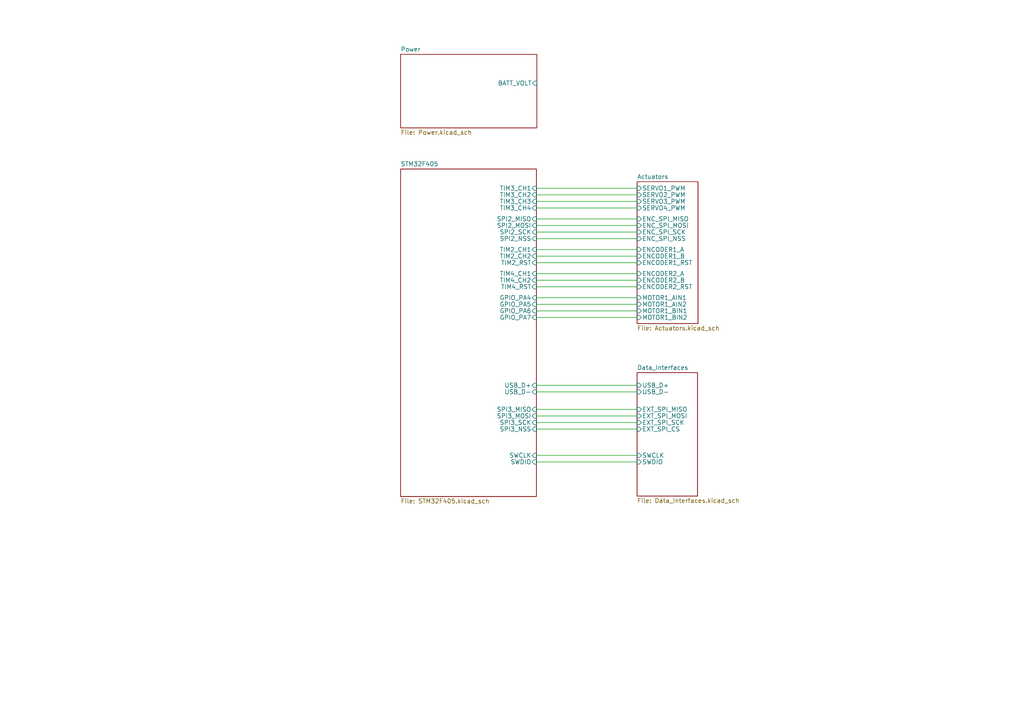
<source format=kicad_sch>
(kicad_sch (version 20211123) (generator eeschema)
  (paper "A4")
  (lib_symbols)
  (wire (pts (xy 184.785 58.42) (xy 155.575 58.42)))
  (wire (pts (xy 155.575 133.985) (xy 184.785 133.985)))
  (wire (pts (xy 155.575 120.65) (xy 184.785 120.65)))
  (wire (pts (xy 184.785 67.31) (xy 155.575 67.31)))
  (wire (pts (xy 184.785 76.2) (xy 155.575 76.2)))
  (wire (pts (xy 184.785 72.39) (xy 155.575 72.39)))
  (wire (pts (xy 155.575 118.745) (xy 184.785 118.745)))
  (wire (pts (xy 184.785 86.36) (xy 155.575 86.36)))
  (wire (pts (xy 184.785 54.61) (xy 155.575 54.61)))
  (wire (pts (xy 184.785 81.28) (xy 155.575 81.28)))
  (wire (pts (xy 184.785 74.295) (xy 155.575 74.295)))
  (wire (pts (xy 184.785 83.185) (xy 155.575 83.185)))
  (wire (pts (xy 184.785 63.5) (xy 155.575 63.5)))
  (wire (pts (xy 184.785 88.265) (xy 155.575 88.265)))
  (wire (pts (xy 184.785 79.375) (xy 155.575 79.375)))
  (wire (pts (xy 184.785 92.075) (xy 155.575 92.075)))
  (wire (pts (xy 184.785 60.325) (xy 155.575 60.325)))
  (wire (pts (xy 155.575 113.665) (xy 184.785 113.665)))
  (wire (pts (xy 155.575 111.76) (xy 184.785 111.76)))
  (wire (pts (xy 184.785 65.405) (xy 155.575 65.405)))
  (wire (pts (xy 155.575 122.555) (xy 184.785 122.555)))
  (wire (pts (xy 184.785 69.215) (xy 155.575 69.215)))
  (wire (pts (xy 155.575 132.08) (xy 184.785 132.08)))
  (wire (pts (xy 184.785 56.515) (xy 155.575 56.515)))
  (wire (pts (xy 184.785 90.17) (xy 155.575 90.17)))
  (wire (pts (xy 155.575 124.46) (xy 184.785 124.46)))
  (sheet (at 184.785 108.077) (size 17.526 35.814) (stroke (width 0.1524))
    (property "Sheet name" "Data_Interfaces" (at 184.785 107.3654 0) (effects (justify left bottom)))
    (property "Sheet file" "Data_Interfaces.kicad_sch" (at 184.785 144.4756 0) (effects (justify left top)))
    (pin "USB_D+" input (at 184.785 111.76 180))
    (pin "USB_D-" input (at 184.785 113.665 180))
    (pin "EXT_SPI_CS" input (at 184.785 124.46 180))
    (pin "EXT_SPI_SCK" input (at 184.785 122.555 180))
    (pin "EXT_SPI_MOSI" input (at 184.785 120.65 180))
    (pin "EXT_SPI_MISO" input (at 184.785 118.745 180))
    (pin "SWDIO" input (at 184.785 133.985 180))
    (pin "SWCLK" input (at 184.785 132.08 180))
  )
  (sheet (at 184.785 52.705) (size 17.653 41.148) (stroke (width 0.1524))
    (property "Sheet name" "Actuators" (at 184.785 51.9934 0) (effects (justify left bottom)))
    (property "Sheet file" "Actuators.kicad_sch" (at 184.785 94.4376 0) (effects (justify left top)))
    (pin "SERVO1_PWM" input (at 184.785 54.61 180))
    (pin "SERVO4_PWM" input (at 184.785 60.325 180))
    (pin "SERVO3_PWM" input (at 184.785 58.42 180))
    (pin "SERVO2_PWM" input (at 184.785 56.515 180))
    (pin "ENC_SPI_MISO" input (at 184.785 63.5 180))
    (pin "ENC_SPI_MOSI" input (at 184.785 65.405 180))
    (pin "ENC_SPI_SCK" input (at 184.785 67.31 180))
    (pin "ENC_SPI_NSS" input (at 184.785 69.215 180))
    (pin "ENCODER2_B" input (at 184.785 81.28 180))
    (pin "ENCODER2_A" input (at 184.785 79.375 180))
    (pin "ENCODER1_RST" input (at 184.785 76.2 180))
    (pin "ENCODER2_RST" input (at 184.785 83.185 180))
    (pin "ENCODER1_A" input (at 184.785 72.39 180))
    (pin "ENCODER1_B" input (at 184.785 74.295 180))
    (pin "MOTOR1_AIN1" input (at 184.785 86.36 180))
    (pin "MOTOR1_AIN2" input (at 184.785 88.265 180))
    (pin "MOTOR1_BIN1" input (at 184.785 90.17 180))
    (pin "MOTOR1_BIN2" input (at 184.785 92.075 180))
  )
  (sheet (at 116.205 49.022) (size 39.37 94.996) (stroke (width 0.1524))
    (property "Sheet name" "STM32F405" (at 116.205 48.3104 0) (effects (justify left bottom)))
    (property "Sheet file" "STM32F405.kicad_sch" (at 116.205 144.6026 0) (effects (justify left top)))
    (pin "SWCLK" input (at 155.575 132.08 0))
    (pin "SPI3_NSS" input (at 155.575 124.46 0))
    (pin "SPI3_MISO" input (at 155.575 118.745 0))
    (pin "SPI3_MOSI" input (at 155.575 120.65 0))
    (pin "USB_D-" input (at 155.575 113.665 0))
    (pin "USB_D+" input (at 155.575 111.76 0))
    (pin "SPI3_SCK" input (at 155.575 122.555 0))
    (pin "SWDIO" input (at 155.575 133.985 0))
    (pin "TIM3_CH1" input (at 155.575 54.61 0))
    (pin "TIM3_CH2" input (at 155.575 56.515 0))
    (pin "TIM3_CH3" input (at 155.575 58.42 0))
    (pin "TIM3_CH4" input (at 155.575 60.325 0))
    (pin "SPI2_NSS" input (at 155.575 69.215 0))
    (pin "SPI2_SCK" input (at 155.575 67.31 0))
    (pin "SPI2_MISO" input (at 155.575 63.5 0))
    (pin "SPI2_MOSI" input (at 155.575 65.405 0))
    (pin "TIM2_CH1" input (at 155.575 72.39 0))
    (pin "TIM2_CH2" input (at 155.575 74.295 0))
    (pin "TIM2_RST" input (at 155.575 76.2 0))
    (pin "TIM4_CH1" input (at 155.575 79.375 0))
    (pin "TIM4_CH2" input (at 155.575 81.28 0))
    (pin "TIM4_RST" input (at 155.575 83.185 0))
    (pin "GPIO_PA4" input (at 155.575 86.36 0))
    (pin "GPIO_PA5" input (at 155.575 88.265 0))
    (pin "GPIO_PA6" input (at 155.575 90.17 0))
    (pin "GPIO_PA7" input (at 155.575 92.075 0))
  )
  (sheet (at 116.205 15.748) (size 39.497 21.336) (stroke (width 0.1524))
    (property "Sheet name" "Power" (at 116.205 15.0364 0) (effects (justify left bottom)))
    (property "Sheet file" "Power.kicad_sch" (at 116.205 37.6686 0) (effects (justify left top)))
    (pin "BATT_VOLT" input (at 155.702 24.13 0))
  )
)
</source>
